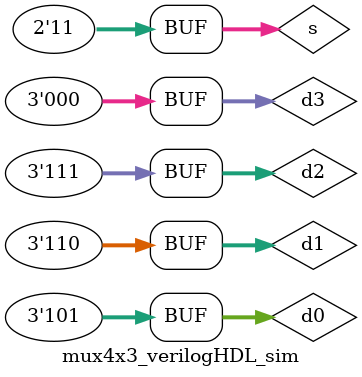
<source format=v>
`timescale 1ns / 1ps

module mux4x3_verilogHDL_sim;

    // 1. ¶¨ÒåÐÅºÅ
    reg  [1:0] s;
    reg  [2:0] d0, d1, d2, d3;
    wire [2:0] y;

    // 2. ÊµÀý»¯±»²âÊÔÄ£¿é (DUT)
    mux4x3_verilogHDL uut (
        .s(s),
        .d0(d0),
        .d1(d1),
        .d2(d2),
        .d3(d3),
        .y(y)
    );

    // 3. Éú³É¼¤ÀøÐÅºÅ
    initial begin
        // ³õÊ¼»¯
        s = 0;
        d0 = 0; d1 = 0; d2 = 0; d3 = 0;
        
        #10;
        
        // ÉèÖÃ4¸ö3Î»ÊäÈëÎª²»Í¬µÄÖµ
        d0 = 3'b001; d1 = 3'b010; d2 = 3'b011; d3 = 3'b100;

        // ±éÀúËùÓÐÑ¡ÔñÇé¿ö
        s = 2'b00; #10; // Ñ¡Ôñd0, ÆÚÍûÊä³ö 001
        s = 2'b01; #10; // Ñ¡Ôñd1, ÆÚÍûÊä³ö 010
        s = 2'b10; #10; // Ñ¡Ôñd2, ÆÚÍûÊä³ö 011
        s = 2'b11; #10; // Ñ¡Ôñd3, ÆÚÍûÊä³ö 100
        
        // ¸Ä±äÊäÈëÊý¾Ý£¬ÔÙ²âÊÔÒ»±é
        d0 = 3'b101; d1 = 3'b110; d2 = 3'b111; d3 = 3'b000;
        
        s = 2'b00; #10; // Ñ¡Ôñd0, ÆÚÍûÊä³ö 101
        s = 2'b01; #10; // Ñ¡Ôñd1, ÆÚÍûÊä³ö 110
        s = 2'b10; #10; // Ñ¡Ôñd2, ÆÚÍûÊä³ö 111
        s = 2'b11; #10; // Ñ¡Ôñd3, ÆÚÍûÊä³ö 000

    end
endmodule

</source>
